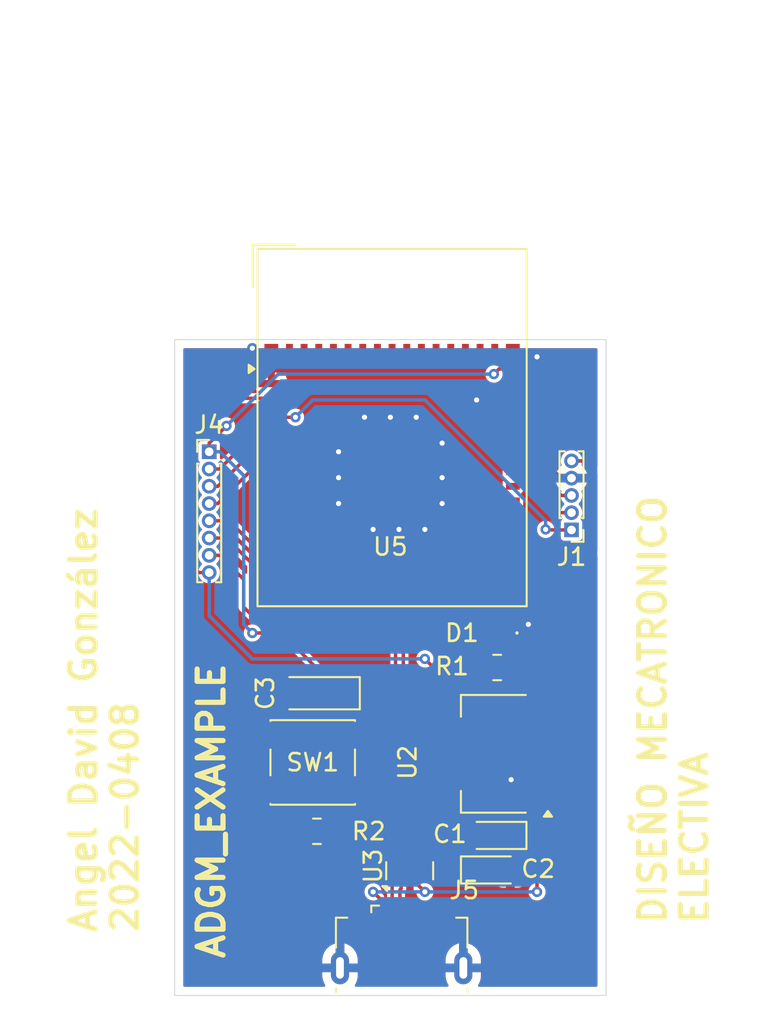
<source format=kicad_pcb>
(kicad_pcb (version 20240108) (generator "pcbnew") (generator_version "8.0")
  (layers (0 "F.Cu" signal) (31 "B.Cu" signal) (34 "B.Paste" user) (35 "F.Paste" user) (36 "B.SilkS" user "B.Silkscreen") (37 "F.SilkS" user "F.Silkscreen") (38 "B.Mask" user) (39 "F.Mask" user) (44 "Edge.Cuts" user))
  (net 0 "")
  (net 1 "GND")
  (net 2 "5VUSB")
  (net 3 "+3.3V")
  (net 4 "ESP32_EN")
  (net 5 "+3V3")
  (net 6 "Net-(D1-A)")
  (net 7 "RX")
  (net 8 "GPIO0")
  (net 9 "TX")
  (net 10 "USB_P")
  (net 11 "USB_N")
  (net 12 "GPIO12")
  (net 13 "GPIO14")
  (net 14 "GPIO3")
  (net 15 "GPIO2")
  (net 16 "GPIO1")
  (net 17 "GPIO10")
  (footprint "Capacitor_Tantalum_SMD:CP_EIA-2012-12_Kemet-R_Pad1.30x1.05mm_HandSolder" (layer "F.Cu") (at 154.9775 126.73)
    (property "Reference" "C2" (at 2.59 -0.06 360) (layer "F.SilkS"))
    (property "Value" "C" (hide yes))
    (fp_line (start -1.885 -0.785) (end -1.885 0.785) (stroke (width 0.12)) (layer "F.SilkS"))
    (fp_line (start -1.885 0.785) (end 1 0.785) (stroke (width 0.12)) (layer "F.SilkS"))
    (fp_line (start 1 -0.785) (end -1.885 -0.785) (stroke (width 0.12)) (layer "F.SilkS"))
    (pad "1" smd roundrect (at -0.975 0) (size 1.3 1.05) (layers "F.Cu" "F.Paste" "F.Mask") (roundrect_rratio 0.238095) (net 3 "+3.3V"))
    (pad "2" smd roundrect (at 0.975 0) (size 1.3 1.05) (layers "F.Cu" "F.Paste" "F.Mask") (roundrect_rratio 0.238095) (net 1 "GND"))
  )
  (footprint "Package_TO_SOT_SMD:SOT-223-3_TabPin2" (layer "F.Cu") (at 155 120 180)
    (property "Reference" "U2" (at 5 -0.5 90) (layer "F.SilkS"))
    (property "Value" "AMS1117-3.3")
    (fp_line (start 1.91 3.41) (end 1.91 2.15) (stroke (width 0.12)) (layer "F.SilkS"))
    (fp_line (start 1.91 -3.41) (end 1.91 -2.15) (stroke (width 0.12)) (layer "F.SilkS"))
    (fp_line (start -1.85 3.41) (end 1.91 3.41) (stroke (width 0.12)) (layer "F.SilkS"))
    (fp_line (start -1.85 -3.41) (end 1.91 -3.41) (stroke (width 0.12)) (layer "F.SilkS"))
    (fp_poly (pts (xy -3.13 -3.31) (xy -3.37 -3.64) (xy -2.89 -3.64) (xy -3.13 -3.31)) (stroke (width 0.12)) (fill solid) (layer "F.SilkS"))
    (pad "1" smd roundrect (at -3.15 -2.3 180) (size 2 1.5) (layers "F.Cu" "F.Paste" "F.Mask") (net 1 "GND"))
    (pad "2" smd roundrect (at -3.15 0 180) (size 2 1.5) (layers "F.Cu" "F.Paste" "F.Mask") (net 3 "+3.3V"))
    (pad "2" smd roundrect (at 3.15 0 180) (size 2 3.8) (layers "F.Cu" "F.Paste" "F.Mask") (net 3 "+3.3V"))
    (pad "3" smd roundrect (at -3.15 2.3 180) (size 2 1.5) (layers "F.Cu" "F.Paste" "F.Mask") (net 2 "5VUSB"))
  )
  (footprint "Button_Switch_SMD:SW_SPST_PTS647_Sx50" (layer "F.Cu") (at 144.5 120.5)
    (property "Reference" "SW1" (at 0 0 0) (layer "F.SilkS"))
    (property "Value" "SW_Push")
    (fp_line (start -2.45 -2.45) (end -2.45 -2.4) (stroke (width 0.12)) (layer "F.SilkS"))
    (fp_line (start -2.45 -2.45) (end 2.45 -2.45) (stroke (width 0.12)) (layer "F.SilkS"))
    (fp_line (start -2.45 -0.75) (end -2.45 0.75) (stroke (width 0.12)) (layer "F.SilkS"))
    (fp_line (start -2.45 2.45) (end -2.45 2.4) (stroke (width 0.12)) (layer "F.SilkS"))
    (fp_line (start -2.45 2.45) (end 2.45 2.45) (stroke (width 0.12)) (layer "F.SilkS"))
    (fp_line (start 2.45 -2.45) (end 2.45 -2.4) (stroke (width 0.12)) (layer "F.SilkS"))
    (fp_line (start 2.45 -0.75) (end 2.45 0.75) (stroke (width 0.12)) (layer "F.SilkS"))
    (fp_line (start 2.45 2.45) (end 2.45 2.4) (stroke (width 0.12)) (layer "F.SilkS"))
    (pad "1" smd roundrect (at -2.625 -1.6) (size 1.55 1) (layers "F.Cu" "F.Paste" "F.Mask") (net 1 "GND"))
    (pad "1" smd roundrect (at 2.625 -1.6) (size 1.55 1) (layers "F.Cu" "F.Paste" "F.Mask") (net 1 "GND"))
    (pad "2" smd roundrect (at -2.625 1.6) (size 1.55 1) (layers "F.Cu" "F.Paste" "F.Mask") (net 4 "ESP32_EN"))
    (pad "2" smd roundrect (at 2.625 1.6) (size 1.55 1) (layers "F.Cu" "F.Paste" "F.Mask") (net 4 "ESP32_EN"))
  )
  (footprint "Package_DFN_QFN:Diodes_UDFN-10_1.0x2.5mm_P0.5mm" (layer "F.Cu") (at 150.12 126.7775 90)
    (property "Reference" "U3" (at 0.2775 -2.12 90) (layer "F.SilkS"))
    (property "Value" "D3V3XA4B10LP" (hide yes))
    (fp_line (start 0.5 -1.36) (end -0.5 -1.36) (stroke (width 0.12)) (layer "F.SilkS"))
    (fp_line (start 0.5 1.36) (end -0.5 1.36) (stroke (width 0.12)) (layer "F.SilkS"))
    (fp_poly (pts (xy -0.89 -1.31) (xy -1.17 -1.31) (xy -0.89 -1.59) (xy -0.89 -1.31)) (stroke (width 0.12)) (fill solid) (layer "F.SilkS"))
    (pad "1" smd rect (at -0.3875 -1) (size 0.25 0.625) (layers "F.Cu" "F.Paste" "F.Mask") (net 11 "USB_N"))
    (pad "2" smd rect (at -0.3875 -0.5) (size 0.25 0.625) (layers "F.Cu" "F.Paste" "F.Mask") (net 10 "USB_P"))
    (pad "3" smd rect (at -0.35 0) (size 0.45 0.7) (layers "F.Cu" "F.Paste" "F.Mask") (net 1 "GND"))
    (pad "4" smd rect (at -0.3875 0.5) (size 0.25 0.625) (layers "F.Cu" "F.Paste" "F.Mask") (net 2 "5VUSB"))
    (pad "5" smd rect (at -0.3875 1) (size 0.25 0.625) (layers "F.Cu" "F.Paste" "F.Mask"))
    (pad "6" smd rect (at 0.3875 1) (size 0.25 0.625) (layers "F.Cu" "F.Paste" "F.Mask"))
    (pad "7" smd rect (at 0.3875 0.5) (size 0.25 0.625) (layers "F.Cu" "F.Paste" "F.Mask") (net 2 "5VUSB"))
    (pad "8" smd rect (at 0.4125 0) (size 0.45 0.575) (layers "F.Cu" "F.Paste" "F.Mask") (net 1 "GND"))
    (pad "9" smd rect (at 0.3875 -0.5) (size 0.25 0.625) (layers "F.Cu" "F.Paste" "F.Mask") (net 10 "USB_P"))
    (pad "10" smd rect (at 0.3875 -1) (size 0.25 0.625) (layers "F.Cu" "F.Paste" "F.Mask") (net 11 "USB_N"))
  )
  (footprint "LED_SMD:LED_0402_1005Metric_Pad0.77x0.64mm_HandSolder" (layer "F.Cu") (at 155.0725 113 180)
    (property "Reference" "D1" (at 1.9275 0 360) (layer "F.SilkS"))
    (property "Value" "LED" (hide yes))
    (fp_circle (center -1.265 0) (end -1.215 0) (stroke (width 0.1)) (fill none) (layer "F.SilkS"))
    (pad "1" smd roundrect (at -0.5725 0 180) (size 0.765 0.64) (layers "F.Cu" "F.Paste" "F.Mask") (net 1 "GND"))
    (pad "2" smd roundrect (at 0.5725 0 180) (size 0.765 0.64) (layers "F.Cu" "F.Paste" "F.Mask") (net 6 "Net-(D1-A)"))
  )
  (footprint "Resistor_SMD:R_0805_2012Metric_Pad1.20x1.40mm_HandSolder" (layer "F.Cu") (at 144.745 124.49 180)
    (property "Reference" "R2" (at -3 0 360) (layer "F.SilkS"))
    (property "Value" "R" (hide yes))
    (fp_line (start -0.227064 0.735) (end 0.227064 0.735) (stroke (width 0.12)) (layer "F.SilkS"))
    (fp_line (start -0.227064 -0.735) (end 0.227064 -0.735) (stroke (width 0.12)) (layer "F.SilkS"))
    (pad "1" smd roundrect (at -1 0 180) (size 1.2 1.4) (layers "F.Cu" "F.Paste" "F.Mask") (roundrect_rratio 0.208333) (net 5 "+3V3"))
    (pad "2" smd roundrect (at 1 0 180) (size 1.2 1.4) (layers "F.Cu" "F.Paste" "F.Mask") (roundrect_rratio 0.208333) (net 4 "ESP32_EN"))
  )
  (footprint "Capacitor_Tantalum_SMD:CP_EIA-3216-10_Kemet-I_Pad1.58x1.35mm_HandSolder" (layer "F.Cu") (at 144.745 116.49 180)
    (property "Reference" "C3" (at 3 0 90) (layer "F.SilkS"))
    (property "Value" "C" (hide yes))
    (fp_line (start 1.6 -0.935) (end -2.485 -0.935) (stroke (width 0.12)) (layer "F.SilkS"))
    (fp_line (start -2.485 0.935) (end 1.6 0.935) (stroke (width 0.12)) (layer "F.SilkS"))
    (fp_line (start -2.485 -0.935) (end -2.485 0.935) (stroke (width 0.12)) (layer "F.SilkS"))
    (pad "1" smd roundrect (at -1.4375 0 180) (size 1.575 1.35) (layers "F.Cu" "F.Paste" "F.Mask") (roundrect_rratio 0.185185) (net 4 "ESP32_EN"))
    (pad "2" smd roundrect (at 1.4375 0 180) (size 1.575 1.35) (layers "F.Cu" "F.Paste" "F.Mask") (roundrect_rratio 0.185185) (net 1 "GND"))
  )
  (footprint "Connector_PinHeader_1.00mm:PinHeader_1x08_P1.00mm_Vertical" (layer "F.Cu") (at 138.5 102.5)
    (property "Reference" "J4" (at 0 -1.56 360) (layer "F.SilkS"))
    (property "Value" "Conn_01x08_Pin" (hide yes))
    (fp_line (start -0.695 -0.685) (end 0 -0.685) (stroke (width 0.12)) (layer "F.SilkS"))
    (fp_line (start -0.695 0) (end -0.695 -0.685) (stroke (width 0.12)) (layer "F.SilkS"))
    (fp_line (start -0.695 0.685) (end -0.695 7.56) (stroke (width 0.12)) (layer "F.SilkS"))
    (fp_line (start -0.695 0.685) (end -0.608276 0.685) (stroke (width 0.12)) (layer "F.SilkS"))
    (fp_line (start -0.695 7.56) (end -0.394493 7.56) (stroke (width 0.12)) (layer "F.SilkS"))
    (fp_line (start 0.394493 7.56) (end 0.695 7.56) (stroke (width 0.12)) (layer "F.SilkS"))
    (fp_line (start 0.608276 0.685) (end 0.695 0.685) (stroke (width 0.12)) (layer "F.SilkS"))
    (fp_line (start 0.695 0.685) (end 0.695 7.56) (stroke (width 0.12)) (layer "F.SilkS"))
    (pad "1" thru_hole rect (at 0 0) (size 0.85 0.85) (drill 0.5) (layers "*.Cu" "*.Mask") (net 4 "ESP32_EN"))
    (pad "2" thru_hole oval (at 0 1) (size 0.85 0.85) (drill 0.5) (layers "*.Cu" "*.Mask") (net 16 "GPIO1"))
    (pad "3" thru_hole oval (at 0 2) (size 0.85 0.85) (drill 0.5) (layers "*.Cu" "*.Mask") (net 15 "GPIO2"))
    (pad "4" thru_hole oval (at 0 3) (size 0.85 0.85) (drill 0.5) (layers "*.Cu" "*.Mask") (net 14 "GPIO3"))
    (pad "5" thru_hole oval (at 0 4) (size 0.85 0.85) (drill 0.5) (layers "*.Cu" "*.Mask") (net 17 "GPIO10"))
    (pad "6" thru_hole oval (at 0 5) (size 0.85 0.85) (drill 0.5) (layers "*.Cu" "*.Mask") (net 12 "GPIO12"))
    (pad "7" thru_hole oval (at 0 6) (size 0.85 0.85) (drill 0.5) (layers "*.Cu" "*.Mask") (net 13 "GPIO14"))
    (pad "8" thru_hole oval (at 0 7) (size 0.85 0.85) (drill 0.5) (layers "*.Cu" "*.Mask") (net 3 "+3.3V"))
  )
  (footprint "Capacitor_Tantalum_SMD:CP_EIA-2012-12_Kemet-R_Pad1.30x1.05mm_HandSolder" (layer "F.Cu") (at 155.0025 124.73 180)
    (property "Reference" "C1" (at 2.555 0.08 360) (layer "F.SilkS"))
    (property "Value" "C" (hide yes))
    (fp_line (start 1 -0.785) (end -1.885 -0.785) (stroke (width 0.12)) (layer "F.SilkS"))
    (fp_line (start -1.885 0.785) (end 1 0.785) (stroke (width 0.12)) (layer "F.SilkS"))
    (fp_line (start -1.885 -0.785) (end -1.885 0.785) (stroke (width 0.12)) (layer "F.SilkS"))
    (pad "1" smd roundrect (at -0.975 0 180) (size 1.3 1.05) (layers "F.Cu" "F.Paste" "F.Mask") (roundrect_rratio 0.238095) (net 2 "5VUSB"))
    (pad "2" smd roundrect (at 0.975 0 180) (size 1.3 1.05) (layers "F.Cu" "F.Paste" "F.Mask") (roundrect_rratio 0.238095) (net 1 "GND"))
  )
  (footprint "RF_Module:ESP32-S2-MINI-1" (layer "F.Cu") (at 149.1 101.1)
    (property "Reference" "U5" (at -0.1 6.9 0) (layer "F.SilkS"))
    (property "Value" "ESP32-S3-MINI-1")
    (fp_line (start -8.075 -10.6) (end -8.075 -8.15) (stroke (width 0.12)) (layer "F.SilkS"))
    (fp_line (start -8.075 -10.6) (end -5.625 -10.6) (stroke (width 0.12)) (layer "F.SilkS"))
    (fp_line (start -7.8 -10.35) (end 7.8 -10.35) (stroke (width 0.12)) (layer "F.SilkS"))
    (fp_line (start -7.8 10.35) (end -7.8 -10.35) (stroke (width 0.12)) (layer "F.SilkS"))
    (fp_line (start 7.8 -10.35) (end 7.8 10.35) (stroke (width 0.12)) (layer "F.SilkS"))
    (fp_line (start 7.8 10.35) (end -7.8 10.35) (stroke (width 0.12)) (layer "F.SilkS"))
    (fp_poly (pts (xy -7.975 -3.4) (xy -8.311 -3.16) (xy -8.311 -3.64) (xy -7.975 -3.4)) (stroke (width 0.12)) (fill solid) (layer "F.SilkS"))
    (pad "1" smd rect (at -7 -3.4) (size 0.8 0.4) (layers "F.Cu" "F.Paste" "F.Mask") (net 1 "GND"))
    (pad "2" smd rect (at -7 -2.55) (size 0.8 0.4) (layers "F.Cu" "F.Paste" "F.Mask") (net 1 "GND"))
    (pad "3" smd rect (at -7 -1.7) (size 0.8 0.4) (layers "F.Cu" "F.Paste" "F.Mask") (net 3 "+3.3V"))
    (pad "4" smd rect (at -7 -0.85) (size 0.8 0.4) (layers "F.Cu" "F.Paste" "F.Mask") (net 8 "GPIO0"))
    (pad "5" smd rect (at -7 0) (size 0.8 0.4) (layers "F.Cu" "F.Paste" "F.Mask") (net 16 "GPIO1"))
    (pad "6" smd rect (at -7 0.85) (size 0.8 0.4) (layers "F.Cu" "F.Paste" "F.Mask") (net 15 "GPIO2"))
    (pad "7" smd rect (at -7 1.7) (size 0.8 0.4) (layers "F.Cu" "F.Paste" "F.Mask") (net 14 "GPIO3"))
    (pad "8" smd rect (at -7 2.55) (size 0.8 0.4) (layers "F.Cu" "F.Paste" "F.Mask"))
    (pad "9" smd rect (at -7 3.4) (size 0.8 0.4) (layers "F.Cu" "F.Paste" "F.Mask"))
    (pad "10" smd rect (at -7 4.25) (size 0.8 0.4) (layers "F.Cu" "F.Paste" "F.Mask"))
    (pad "11" smd rect (at -7 5.1) (size 0.8 0.4) (layers "F.Cu" "F.Paste" "F.Mask"))
    (pad "12" smd rect (at -7 5.95) (size 0.8 0.4) (layers "F.Cu" "F.Paste" "F.Mask"))
    (pad "13" smd rect (at -7 6.8) (size 0.8 0.4) (layers "F.Cu" "F.Paste" "F.Mask"))
    (pad "14" smd rect (at -7 7.65) (size 0.8 0.4) (layers "F.Cu" "F.Paste" "F.Mask") (net 17 "GPIO10"))
    (pad "15" smd rect (at -7 8.5) (size 0.8 0.4) (layers "F.Cu" "F.Paste" "F.Mask"))
    (pad "16" smd rect (at -5.95 9.55 90) (size 0.8 0.4) (layers "F.Cu" "F.Paste" "F.Mask") (net 12 "GPIO12"))
    (pad "17" smd rect (at -5.1 9.55 90) (size 0.8 0.4) (layers "F.Cu" "F.Paste" "F.Mask"))
    (pad "18" smd rect (at -4.25 9.55 90) (size 0.8 0.4) (layers "F.Cu" "F.Paste" "F.Mask") (net 13 "GPIO14"))
    (pad "19" smd rect (at -3.4 9.55 90) (size 0.8 0.4) (layers "F.Cu" "F.Paste" "F.Mask"))
    (pad "20" smd rect (at -2.55 9.55 90) (size 0.8 0.4) (layers "F.Cu" "F.Paste" "F.Mask"))
    (pad "21" smd rect (at -1.7 9.55 90) (size 0.8 0.4) (layers "F.Cu" "F.Paste" "F.Mask"))
    (pad "22" smd rect (at -0.85 9.55 90) (size 0.8 0.4) (layers "F.Cu" "F.Paste" "F.Mask"))
    (pad "23" smd rect (at 0 9.55 90) (size 0.8 0.4) (layers "F.Cu" "F.Paste" "F.Mask"))
    (pad "24" smd rect (at 0.85 9.55 90) (size 0.8 0.4) (layers "F.Cu" "F.Paste" "F.Mask"))
    (pad "25" smd rect (at 1.7 9.55 90) (size 0.8 0.4) (layers "F.Cu" "F.Paste" "F.Mask"))
    (pad "26" smd rect (at 2.55 9.55 90) (size 0.8 0.4) (layers "F.Cu" "F.Paste" "F.Mask"))
    (pad "27" smd rect (at 3.4 9.55 90) (size 0.8 0.4) (layers "F.Cu" "F.Paste" "F.Mask"))
    (pad "28" smd rect (at 4.25 9.55 90) (size 0.8 0.4) (layers "F.Cu" "F.Paste" "F.Mask"))
    (pad "29" smd rect (at 5.1 9.55 90) (size 0.8 0.4) (layers "F.Cu" "F.Paste" "F.Mask"))
    (pad "30" smd rect (at 5.95 9.55 90) (size 0.8 0.4) (layers "F.Cu" "F.Paste" "F.Mask"))
    (pad "31" smd rect (at 7 8.5) (size 0.8 0.4) (layers "F.Cu" "F.Paste" "F.Mask"))
    (pad "32" smd rect (at 7 7.65) (size 0.8 0.4) (layers "F.Cu" "F.Paste" "F.Mask"))
    (pad "33" smd rect (at 7 6.8) (size 0.8 0.4) (layers "F.Cu" "F.Paste" "F.Mask"))
    (pad "34" smd rect (at 7 5.95) (size 0.8 0.4) (layers "F.Cu" "F.Paste" "F.Mask"))
    (pad "35" smd rect (at 7 5.1) (size 0.8 0.4) (layers "F.Cu" "F.Paste" "F.Mask"))
    (pad "36" smd rect (at 7 4.25) (size 0.8 0.4) (layers "F.Cu" "F.Paste" "F.Mask"))
    (pad "37" smd rect (at 7 3.4) (size 0.8 0.4) (layers "F.Cu" "F.Paste" "F.Mask"))
    (pad "38" smd rect (at 7 2.55) (size 0.8 0.4) (layers "F.Cu" "F.Paste" "F.Mask"))
    (pad "39" smd rect (at 7 1.7) (size 0.8 0.4) (layers "F.Cu" "F.Paste" "F.Mask") (net 9 "TX"))
    (pad "40" smd rect (at 7 0.85) (size 0.8 0.4) (layers "F.Cu" "F.Paste" "F.Mask") (net 7 "RX"))
    (pad "41" smd rect (at 7 0) (size 0.8 0.4) (layers "F.Cu" "F.Paste" "F.Mask"))
    (pad "42" smd rect (at 7 -0.85) (size 0.8 0.4) (layers "F.Cu" "F.Paste" "F.Mask") (net 1 "GND"))
    (pad "43" smd rect (at 7 -1.7) (size 0.8 0.4) (layers "F.Cu" "F.Paste" "F.Mask") (net 1 "GND"))
    (pad "44" smd rect (at 7 -2.55) (size 0.8 0.4) (layers "F.Cu" "F.Paste" "F.Mask"))
    (pad "45" smd rect (at 7 -3.4) (size 0.8 0.4) (layers "F.Cu" "F.Paste" "F.Mask") (net 4 "ESP32_EN"))
    (pad "46" smd rect (at 5.95 -4.45 90) (size 0.8 0.4) (layers "F.Cu" "F.Paste" "F.Mask") (net 1 "GND"))
    (pad "47" smd rect (at 5.1 -4.45 90) (size 0.8 0.4) (layers "F.Cu" "F.Paste" "F.Mask") (net 1 "GND"))
    (pad "48" smd rect (at 4.25 -4.45 90) (size 0.8 0.4) (layers "F.Cu" "F.Paste" "F.Mask") (net 1 "GND"))
    (pad "49" smd rect (at 3.4 -4.45 90) (size 0.8 0.4) (layers "F.Cu" "F.Paste" "F.Mask") (net 1 "GND"))
    (pad "50" smd rect (at 2.55 -4.45 90) (size 0.8 0.4) (layers "F.Cu" "F.Paste" "F.Mask") (net 1 "GND"))
    (pad "51" smd rect (at 1.7 -4.45 90) (size 0.8 0.4) (layers "F.Cu" "F.Paste" "F.Mask") (net 1 "GND"))
    (pad "52" smd rect (at 0.85 -4.45 90) (size 0.8 0.4) (layers "F.Cu" "F.Paste" "F.Mask") (net 1 "GND"))
    (pad "53" smd rect (at 0 -4.45 90) (size 0.8 0.4) (layers "F.Cu" "F.Paste" "F.Mask") (net 1 "GND"))
    (pad "54" smd rect (at -0.85 -4.45 90) (size 0.8 0.4) (layers "F.Cu" "F.Paste" "F.Mask") (net 1 "GND"))
    (pad "55" smd rect (at -1.7 -4.45 90) (size 0.8 0.4) (layers "F.Cu" "F.Paste" "F.Mask") (net 1 "GND"))
    (pad "56" smd rect (at -2.55 -4.45 90) (size 0.8 0.4) (layers "F.Cu" "F.Paste" "F.Mask") (net 1 "GND"))
    (pad "57" smd rect (at -3.4 -4.45 90) (size 0.8 0.4) (layers "F.Cu" "F.Paste" "F.Mask") (net 1 "GND"))
    (pad "58" smd rect (at -4.25 -4.45 90) (size 0.8 0.4) (layers "F.Cu" "F.Paste" "F.Mask") (net 1 "GND"))
    (pad "59" smd rect (at -5.1 -4.45 90) (size 0.8 0.4) (layers "F.Cu" "F.Paste" "F.Mask") (net 1 "GND"))
    (pad "60" smd rect (at -5.95 -4.45 90) (size 0.8 0.4) (layers "F.Cu" "F.Paste" "F.Mask") (net 1 "GND"))
    (pad "61" smd roundrect (at -1.65 0.9) (size 1.2 1.2) (layers "F.Cu" "F.Paste" "F.Mask") (roundrect_rratio 0) (chamfer_ratio 0.33) (chamfer top_left) (net 1 "GND"))
    (pad "61" smd rect (at -1.65 2.55) (size 1.2 1.2) (layers "F.Cu" "F.Paste" "F.Mask") (net 1 "GND"))
    (pad "61" smd rect (at -1.65 4.2) (size 1.2 1.2) (layers "F.Cu" "F.Paste" "F.Mask") (net 1 "GND"))
    (pad "61" smd rect (at 0 0.9) (size 1.2 1.2) (layers "F.Cu" "F.Paste" "F.Mask") (net 1 "GND"))
    (pad "61" smd rect (at 0 2.55) (size 1.2 1.2) (layers "F.Cu" "F.Paste" "F.Mask") (net 1 "GND"))
    (pad "61" smd rect (at 0 4.2) (size 1.2 1.2) (layers "F.Cu" "F.Paste" "F.Mask") (net 1 "GND"))
    (pad "61" smd rect (at 1.65 0.9) (size 1.2 1.2) (layers "F.Cu" "F.Paste" "F.Mask") (net 1 "GND"))
    (pad "61" smd rect (at 1.65 2.55) (size 1.2 1.2) (layers "F.Cu" "F.Paste" "F.Mask") (net 1 "GND"))
    (pad "61" smd rect (at 1.65 4.2) (size 1.2 1.2) (layers "F.Cu" "F.Paste" "F.Mask") (net 1 "GND"))
    (pad "62" smd rect (at -7 -4.45) (size 0.8 0.8) (layers "F.Cu" "F.Paste" "F.Mask") (net 1 "GND"))
    (pad "63" smd rect (at -7 9.55) (size 0.8 0.8) (layers "F.Cu" "F.Paste" "F.Mask") (net 1 "GND"))
    (pad "64" smd rect (at 7 9.55) (size 0.8 0.8) (layers "F.Cu" "F.Paste" "F.Mask") (net 1 "GND"))
    (pad "65" smd rect (at 7 -4.45) (size 0.8 0.8) (layers "F.Cu" "F.Paste" "F.Mask") (net 1 "GND"))
    (zone (net 0) (net_name "") (layers "*.Cu") (name "Antenna") (connect_pads (clearance 0)) (min_thickness 0.254)
      (keepout (tracks not_allowed) (vias not_allowed) (pads not_allowed) (copperpour not_allowed) (footprints not_allowed))
      (fill (thermal_gap 0.508) (thermal_bridge_width 0.508))
      (polygon (pts (xy 171.8 95.85) (xy 126.4 95.85) (xy 126.4 76.35) (xy 171.8 76.35)))
    )
  )
  (footprint "Connector_PinHeader_1.00mm:PinHeader_1x05_P1.00mm_Vertical" (layer "F.Cu") (at 159.5 107.03 180)
    (property "Reference" "J1" (at 0 -1.56 360) (layer "F.SilkS"))
    (property "Value" "Conn_01x05_Pin" (hide yes))
    (fp_line (start 0.695 0.685) (end 0.695 4.56) (stroke (width 0.12)) (layer "F.SilkS"))
    (fp_line (start 0.608276 0.685) (end 0.695 0.685) (stroke (width 0.12)) (layer "F.SilkS"))
    (fp_line (start 0.394493 4.56) (end 0.695 4.56) (stroke (width 0.12)) (layer "F.SilkS"))
    (fp_line (start -0.695 4.56) (end -0.394493 4.56) (stroke (width 0.12)) (layer "F.SilkS"))
    (fp_line (start -0.695 0.685) (end -0.608276 0.685) (stroke (width 0.12)) (layer "F.SilkS"))
    (fp_line (start -0.695 0.685) (end -0.695 4.56) (stroke (width 0.12)) (layer "F.SilkS"))
    (fp_line (start -0.695 0) (end -0.695 -0.685) (stroke (width 0.12)) (layer "F.SilkS"))
    (fp_line (start -0.695 -0.685) (end 0 -0.685) (stroke (width 0.12)) (layer "F.SilkS"))
    (pad "1" thru_hole rect (at 0 0 180) (size 0.85 0.85) (drill 0.5) (layers "*.Cu" "*.Mask") (net 8 "GPIO0"))
    (pad "2" thru_hole oval (at 0 1 180) (size 0.85 0.85) (drill 0.5) (layers "*.Cu" "*.Mask") (net 9 "TX"))
    (pad "3" thru_hole oval (at 0 2 180) (size 0.85 0.85) (drill 0.5) (layers "*.Cu" "*.Mask") (net 7 "RX"))
    (pad "4" thru_hole oval (at 0 3 180) (size 0.85 0.85) (drill 0.5) (layers "*.Cu" "*.Mask") (net 1 "GND"))
    (pad "5" thru_hole oval (at 0 4 180) (size 0.85 0.85) (drill 0.5) (layers "*.Cu" "*.Mask") (net 3 "+3.3V"))
  )
  (footprint "Connector_USB:USB_Micro-B_GCT_USB3076-30-A" (layer "F.Cu") (at 149.655 131.205)
    (property "Reference" "J5" (at 3.625 -3.3 0) (layer "F.SilkS"))
    (property "Value" "USB_B_Micro" (hide yes))
    (fp_line (start -3.81 -1.71) (end -3.15 -1.71) (stroke (width 0.12)) (layer "F.SilkS"))
    (fp_line (start -3.81 0.02) (end -3.81 -1.71) (stroke (width 0.12)) (layer "F.SilkS"))
    (fp_line (start -3.81 2.59) (end -3.81 2.38) (stroke (width 0.12)) (layer "F.SilkS"))
    (fp_line (start -1.76 -2.41) (end -1.76 -2.02) (stroke (width 0.12)) (layer "F.SilkS"))
    (fp_line (start -1.76 -2.41) (end -1.31 -2.41) (stroke (width 0.12)) (layer "F.SilkS"))
    (fp_line (start 3.81 -1.71) (end 3.16 -1.71) (stroke (width 0.12)) (layer "F.SilkS"))
    (fp_line (start 3.81 0.02) (end 3.81 -1.71) (stroke (width 0.12)) (layer "F.SilkS"))
    (fp_line (start 3.81 2.59) (end 3.81 2.38) (stroke (width 0.12)) (layer "F.SilkS"))
    (pad "1" smd rect (at -1.3 -1.45) (size 0.4 1.4) (layers "F.Cu" "F.Paste" "F.Mask") (net 2 "5VUSB"))
    (pad "2" smd rect (at -0.65 -1.45) (size 0.4 1.4) (layers "F.Cu" "F.Paste" "F.Mask") (net 11 "USB_N"))
    (pad "3" smd rect (at 0 -1.45) (size 0.4 1.4) (layers "F.Cu" "F.Paste" "F.Mask") (net 10 "USB_P"))
    (pad "4" smd rect (at 0.65 -1.45) (size 0.4 1.4) (layers "F.Cu" "F.Paste" "F.Mask"))
    (pad "5" smd rect (at 1.3 -1.45) (size 0.4 1.4) (layers "F.Cu" "F.Paste" "F.Mask") (net 1 "GND"))
    (pad "6" thru_hole oval (at -3.575 1.2 180) (size 1.05 1.9) (drill oval 0.45 1.25) (layers "*.Cu" "*.Mask") (net 1 "GND"))
    (pad "6" smd rect (at -2.32 -1.03) (size 1.15 1.45) (layers "F.Cu" "F.Paste" "F.Mask") (net 1 "GND"))
    (pad "6" smd rect (at -1.125 1.2) (size 1.75 1.9) (layers "F.Cu" "F.Paste" "F.Mask") (net 1 "GND"))
    (pad "6" smd rect (at 1.125 1.2) (size 1.75 1.9) (layers "F.Cu" "F.Paste" "F.Mask") (net 1 "GND"))
    (pad "6" smd rect (at 2.32 -1.03) (size 1.15 1.45) (layers "F.Cu" "F.Paste" "F.Mask") (net 1 "GND"))
    (pad "6" thru_hole oval (at 3.575 1.2) (size 1.05 1.9) (drill oval 0.45 1.25) (layers "*.Cu" "*.Mask") (net 1 "GND"))
  )
  (footprint "Resistor_SMD:R_0805_2012Metric_Pad1.20x1.40mm_HandSolder" (layer "F.Cu") (at 155.19 115 180)
    (property "Reference" "R1" (at 2.6175 0.07 360) (layer "F.SilkS"))
    (property "Value" "R" (hide yes))
    (fp_line (start -0.227064 0.735) (end 0.227064 0.735) (stroke (width 0.12)) (layer "F.SilkS"))
    (fp_line (start -0.227064 -0.735) (end 0.227064 -0.735) (stroke (width 0.12)) (layer "F.SilkS"))
    (pad "1" smd roundrect (at -1 0 180) (size 1.2 1.4) (layers "F.Cu" "F.Paste" "F.Mask") (roundrect_rratio 0.208333) (net 3 "+3.3V"))
    (pad "2" smd roundrect (at 1 0 180) (size 1.2 1.4) (layers "F.Cu" "F.Paste" "F.Mask") (roundrect_rratio 0.208333) (net 6 "Net-(D1-A)"))
  )
  (gr_rect (start 136.5 96) (end 161.5 134) (stroke (width 0.05)) (fill none) (layer "Edge.Cuts"))
  (gr_text "Angel David González\n2022-0408\n" (at 134.5 130.5 90) (layer "F.SilkS") (effects (font (size 1.5 1.5) (thickness 0.3) (bold yes)) (justify left bottom)))
  (gr_text "ADGM_EXAMPLE\n" (at 139.5 132 90) (layer "F.SilkS") (effects (font (size 1.5 1.5) (thickness 0.3) (bold yes)) (justify left bottom)))
  (gr_text "DISEÑO MECATRONICO\nELECTIVA\n" (at 167.5 130 90) (layer "F.SilkS") (effects (font (size 1.5 1.5) (thickness 0.3) (bold yes)) (justify left bottom)))
  (segment (start 141.875 118.9) (end 147.125 118.9) (width 0.2) (layer "F.Cu") (net 1))
  (segment (start 147.45 103.65) (end 147.45 105.3) (width 0.2) (layer "F.Cu") (net 1))
  (segment (start 150.12 127.1275) (end 150.12 128.07) (width 0.2) (layer "F.Cu") (net 1))
  (segment (start 155.9525 126.73) (end 152.5075 130.175) (width 0.2) (layer "F.Cu") (net 1))
  (segment (start 159.5 104.03) (end 158.89896 104.03) (width 0.2) (layer "F.Cu") (net 1))
  (segment (start 140 128.5) (end 141.675 130.175) (width 0.2) (layer "F.Cu") (net 1))
  (segment (start 142.1 98.55) (end 142.1 96.65) (width 0.2) (layer "F.Cu") (net 1))
  (segment (start 150.75 103.65) (end 150.75 105.3) (width 0.2) (layer "F.Cu") (net 1))
  (segment (start 147.45 102) (end 150.75 102) (width 0.2) (layer "F.Cu") (net 1))
  (segment (start 150.955 129.755) (end 151.555 129.755) (width 0.2) (layer "F.Cu") (net 1))
  (segment (start 152.5075 130.175) (end 151.975 130.175) (width 0.2) (layer "F.Cu") (net 1))
  (segment (start 156.5025 122.73) (end 156.9325 122.3) (width 0.2) (layer "F.Cu") (net 1))
  (segment (start 147.335 130.175) (end 147.335 131.21) (width 0.2) (layer "F.Cu") (net 1))
  (segment (start 143.3075 117.4675) (end 141.875 118.9) (width 0.2) (layer "F.Cu") (net 1))
  (segment (start 154.0275 124.73) (end 154.0275 123.705) (width 0.2) (layer "F.Cu") (net 1))
  (segment (start 151.975 130.175) (end 151.975 131.21) (width 0.2) (layer "F.Cu") (net 1))
  (segment (start 143.3075 116.49) (end 143.3075 117.4675) (width 0.2) (layer "F.Cu") (net 1))
  (segment (start 142.1 110.65) (end 147.45 105.3) (width 0.2) (layer "F.Cu") (net 1))
  (segment (start 150.12 128.07) (end 150.955 128.905) (width 0.2) (layer "F.Cu") (net 1))
  (segment (start 156.1 110.65) (end 150.75 105.3) (width 0.2) (layer "F.Cu") (net 1))
  (segment (start 158.15 122.7675) (end 158.15 122.3) (width 0.2) (layer "F.Cu") (net 1))
  (segment (start 156 121.5) (end 156.8 122.3) (width 0.2) (layer "F.Cu") (net 1))
  (segment (start 156.5 113) (end 157 112.5) (width 0.2) (layer "F.Cu") (net 1))
  (segment (start 147.335 131.21) (end 148.53 132.405) (width 0.2) (layer "F.Cu") (net 1))
  (segment (start 156.8 122.3) (end 158.15 122.3) (width 0.2) (layer "F.Cu") (net 1))
  (segment (start 156.1 111.9) (end 156.1 110.65) (width 0.2) (layer "F.Cu") (net 1))
  (segment (start 156.1 99.4) (end 154.9 99.4) (width 0.2) (layer "F.Cu") (net 1))
  (segment (start 141.875 118.9) (end 140 120.775) (width 0.2) (layer "F.Cu") (net 1))
  (segment (start 148.53 132.405) (end 150.78 132.405) (width 0.2) (layer "F.Cu") (net 1))
  (segment (start 156.9325 122.3) (end 158.15 122.3) (width 0.2) (layer "F.Cu") (net 1))
  (segment (start 150.12 126.365) (end 150.12 127.1275) (width 0.2) (layer "F.Cu") (net 1))
  (segment (start 151.975 131.21) (end 150.78 132.405) (width 0.2) (layer "F.Cu") (net 1))
  (segment (start 154.0275 123.705) (end 155.0025 122.73) (width 0.2) (layer "F.Cu") (net 1))
  (segment (start 157.25 100.25) (end 156.1 100.25) (width 0.2) (layer "F.Cu") (net 1))
  (segment (start 150.955 128.905) (end 150.955 129.755) (width 0.2) (layer "F.Cu") (net 1))
  (segment (start 150.75 103.27) (end 147.45 103.27) (width 0.2) (layer "F.Cu") (net 1))
  (segment (start 158.5 103.63104) (end 158.5 101.5) (width 0.2) (layer "F.Cu") (net 1))
  (segment (start 154.9 99.4) (end 154.2 98.7) (width 0.2) (layer "F.Cu") (net 1))
  (segment (start 155.9525 126.73) (end 155.9525 126.655) (width 0.2) (layer "F.Cu") (net 1))
  (segment (start 154.2 98.7) (end 154.2 96.65) (width 0.2) (layer "F.Cu") (net 1))
  (segment (start 150.75 102) (end 150.75 103.65) (width 0.2) (layer "F.Cu") (net 1))
  (segment (start 155.645 113) (end 156.5 113) (width 0.2) (layer "F.Cu") (net 1))
  (segment (start 156.1 99.4) (end 156.1 100.25) (width 0.2) (layer "F.Cu") (net 1))
  (segment (start 155.0025 122.73) (end 156.5025 122.73) (width 0.2) (layer "F.Cu") (net 1))
  (segment (start 140 120.775) (end 140 128.5) (width 0.2) (layer "F.Cu") (net 1))
  (segment (start 158.89896 104.03) (end 158.5 103.63104) (width 0.2) (layer "F.Cu") (net 1))
  (segment (start 141.675 130.175) (end 147.335 130.175) (width 0.2) (layer "F.Cu") (net 1))
  (segment (start 155.9525 126.655) (end 154.0275 124.73) (width 0.2) (layer "F.Cu") (net 1))
  (segment (start 149.1 103.65) (end 149.1 105.3) (width 0.2) (layer "F.Cu") (net 1))
  (segment (start 142.1 96.65) (end 156.1 96.65) (width 0.2) (layer "F.Cu") (net 1))
  (segment (start 147.45 103.65) (end 147.45 102) (width 0.2) (layer "F.Cu") (net 1))
  (segment (start 155.645 113) (end 155.645 112.355) (width 0.2) (layer "F.Cu") (net 1))
  (segment (start 151.555 129.755) (end 151.975 130.175) (width 0.2) (layer "F.Cu") (net 1))
  (segment (start 158.5 101.5) (end 157.25 100.25) (width 0.2) (layer "F.Cu") (net 1))
  (segment (start 155.645 112.355) (end 156.1 111.9) (width 0.2) (layer "F.Cu") (net 1))
  (via (at 157 112.5) (size 0.6) (drill 0.3) (layers "F.Cu" "B.Cu") (net 1))
  (via (at 149 100.5) (size 0.6) (drill 0.3) (layers "F.Cu" "B.Cu") (net 1))
  (via (at 146 102.5) (size 0.6) (drill 0.3) (layers "F.Cu" "B.Cu") (net 1))
  (via (at 150.5 100.5) (size 0.6) (drill 0.3) (layers "F.Cu" "B.Cu") (net 1))
  (via (at 148 107) (size 0.6) (drill 0.3) (layers "F.Cu" "B.Cu") (net 1))
  (via (at 146 104) (size 0.6) (drill 0.3) (layers "F.Cu" "B.Cu") (net 1))
  (via (at 146 105.5) (size 0.6) (drill 0.3) (layers "F.Cu" "B.Cu") (net 1))
  (via (at 147.5 100.5) (size 0.6) (drill 0.3) (layers "F.Cu" "B.Cu") (net 1))
  (via (at 152 102) (size 0.6) (drill 0.3) (layers "F.Cu" "B.Cu") (net 1))
  (via (at 157.5 97) (size 0.6) (drill 0.3) (layers "F.Cu" "B.Cu") (net 1))
  (via (at 149.5 107) (size 0.6) (drill 0.3) (layers "F.Cu" "B.Cu") (net 1))
  (via (at 156 121.5) (size 0.6) (drill 0.3) (layers "F.Cu" "B.Cu") (net 1))
  (via (at 152 104) (size 0.6) (drill 0.3) (layers "F.Cu" "B.Cu") (net 1))
  (via (at 152 105.5) (size 0.6) (drill 0.3) (layers "F.Cu" "B.Cu") (net 1))
  (via (at 154 99.5) (size 0.6) (drill 0.3) (layers "F.Cu" "B.Cu") (net 1))
  (via (at 151 107) (size 0.6) (drill 0.3) (layers "F.Cu" "B.Cu") (net 1))
  (via (at 141 96.5) (size 0.6) (drill 0.3) (layers "F.Cu" "B.Cu") (net 1))
  (segment (start 157 116) (end 155 118) (width 0.2) (layer "B.Cu") (net 1))
  (segment (start 157 112.5) (end 157 116) (width 0.2) (layer "B.Cu") (net 1))
  (segment (start 155 118) (end 155 120.5) (width 0.2) (layer "B.Cu") (net 1))
  (segment (start 155 120.5) (end 156 121.5) (width 0.2) (layer "B.Cu") (net 1))
  (segment (start 155.9775 124.73) (end 159.0025 124.73) (width 0.2) (layer "F.Cu") (net 2))
  (segment (start 159.0025 124.73) (end 160.5025 123.23) (width 0.2) (layer "F.Cu") (net 2))
  (segment (start 148.355 129.755) (end 148.355 128.355) (width 0.2) (layer "F.Cu") (net 2))
  (segment (start 150.645 127.645) (end 150.645 127.19) (width 0.2) (layer "F.Cu") (net 2))
  (segment (start 160.5025 123.23) (end 160.5025 118.73) (width 0.2) (layer "F.Cu") (net 2))
  (segment (start 148.355 128.355) (end 148 128) (width 0.2) (layer "F.Cu") (net 2))
  (segment (start 157.5 126.2525) (end 157.5 128) (width 0.2) (layer "F.Cu") (net 2))
  (segment (start 155.9775 124.73) (end 157.5 126.2525) (width 0.2) (layer "F.Cu") (net 2))
  (segment (start 160.5025 118.73) (end 159.4725 117.7) (width 0.2) (layer "F.Cu") (net 2))
  (segment (start 151 128) (end 150.645 127.645) (width 0.2) (layer "F.Cu") (net 2))
  (segment (start 159.4725 117.7) (end 158.15 117.7) (width 0.2) (layer "F.Cu") (net 2))
  (via (at 148 128) (size 0.6) (drill 0.3) (layers "F.Cu" "B.Cu") (net 2))
  (via (at 157.5 128) (size 0.6) (drill 0.3) (layers "F.Cu" "B.Cu") (net 2))
  (via (at 151 128) (size 0.6) (drill 0.3) (layers "F.Cu" "B.Cu") (net 2))
  (segment (start 157.5 128) (end 151 128) (width 0.2) (layer "B.Cu") (net 2))
  (segment (start 148 128) (end 151 128) (width 0.2) (layer "B.Cu") (net 2))
  (segment (start 153.5025 126.73) (end 151.85 125.0775) (width 0.2) (layer "F.Cu") (net 3))
  (segment (start 158 111) (end 158 113) (width 0.2) (layer "F.Cu") (net 3))
  (segment (start 158 113) (end 156.19 114.81) (width 0.2) (layer "F.Cu") (net 3))
  (segment (start 137.89896 109.5) (end 138.5 109.5) (width 0.2) (layer "F.Cu") (net 3))
  (segment (start 156.19 115.66) (end 151.85 120) (width 0.2) (layer "F.Cu") (net 3))
  (segment (start 151.85 120) (end 151.85 115.35) (width 0.2) (layer "F.Cu") (net 3))
  (segment (start 160.9 103.82896) (end 160.9 108.1) (width 0.2) (layer "F.Cu") (net 3))
  (segment (start 156.19 115) (end 156.19 115.66) (width 0.2) (layer "F.Cu") (net 3))
  (segment (start 151.85 125.0775) (end 151.85 120) (width 0.2) (layer "F.Cu") (net 3))
  (segment (start 159.5 103.03) (end 160.10104 103.03) (width 0.2) (layer "F.Cu") (net 3))
  (segment (start 137.6 109.20104) (end 137.89896 109.5) (width 0.2) (layer "F.Cu") (net 3))
  (segment (start 142.1 99.4) (end 139.2 99.4) (width 0.2) (layer "F.Cu") (net 3))
  (segment (start 156.19 114.81) (end 156.19 115) (width 0.2) (layer "F.Cu") (net 3))
  (segment (start 154.0025 126.73) (end 153.5025 126.73) (width 0.2) (layer "F.Cu") (net 3))
  (segment (start 137.6 101) (end 137.6 109.20104) (width 0.2) (layer "F.Cu") (net 3))
  (segment (start 160.9 108.1) (end 158 111) (width 0.2) (layer "F.Cu") (net 3))
  (segment (start 160.10104 103.03) (end 160.9 103.82896) (width 0.2) (layer "F.Cu") (net 3))
  (segment (start 151.85 115.35) (end 151 114.5) (width 0.2) (layer "F.Cu") (net 3))
  (segment (start 151.85 120) (end 158.15 120) (width 0.2) (layer "F.Cu") (net 3))
  (segment (start 139.2 99.4) (end 137.6 101) (width 0.2) (layer "F.Cu") (net 3))
  (via (at 151 114.5) (size 0.6) (drill 0.3) (layers "F.Cu" "B.Cu") (net 3))
  (segment (start 138.5 112) (end 138.5 109.5) (width 0.2) (layer "B.Cu") (net 3))
  (segment (start 151 114.5) (end 141 114.5) (width 0.2) (layer "B.Cu") (net 3))
  (segment (start 141 114.5) (end 138.5 112) (width 0.2) (layer "B.Cu") (net 3))
  (segment (start 155.3 97.7) (end 155 98) (width 0.2) (layer "F.Cu") (net 4))
  (segment (start 147.125 122.1) (end 148.5 120.725) (width 0.2) (layer "F.Cu") (net 4))
  (segment (start 141.875 122.1) (end 143.745 123.97) (width 0.2) (layer "F.Cu") (net 4))
  (segment (start 156.1 97.7) (end 155.3 97.7) (width 0.2) (layer "F.Cu") (net 4))
  (segment (start 138.5 102.5) (end 138.5 102) (width 0.2) (layer "F.Cu") (net 4))
  (segment (start 148.5 117) (end 147.99 116.49) (width 0.2) (layer "F.Cu") (net 4))
  (segment (start 142.6925 113) (end 141 113) (width 0.2) (layer "F.Cu") (net 4))
  (segment (start 148.5 120.725) (end 148.5 117) (width 0.2) (layer "F.Cu") (net 4))
  (segment (start 147.99 116.49) (end 146.1825 116.49) (width 0.2) (layer "F.Cu") (net 4))
  (segment (start 138.5 102) (end 139.5 101) (width 0.2) (layer "F.Cu") (net 4))
  (segment (start 141.875 122.1) (end 147.125 122.1) (width 0.2) (layer "F.Cu") (net 4))
  (segment (start 146.1825 116.49) (end 142.6925 113) (width 0.2) (layer "F.Cu") (net 4))
  (segment (start 143.745 123.97) (end 143.745 124.49) (width 0.2) (layer "F.Cu") (net 4))
  (via (at 155 98) (size 0.6) (drill 0.3) (layers "F.Cu" "B.Cu") (net 4))
  (via (at 141 113) (size 0.6) (drill 0.3) (layers "F.Cu" "B.Cu") (net 4))
  (via (at 139.5 101) (size 0.6) (drill 0.3) (layers "F.Cu" "B.Cu") (net 4))
  (segment (start 142.5 98) (end 155 98) (width 0.2) (layer "B.Cu") (net 4))
  (segment (start 141 113) (end 140.5 112.5) (width 0.2) (layer "B.Cu") (net 4))
  (segment (start 139.5 101) (end 142.5 98) (width 0.2) (layer "B.Cu") (net 4))
  (segment (start 139.125 102.5) (end 138.5 102.5) (width 0.2) (layer "B.Cu") (net 4))
  (segment (start 140.5 103.875) (end 139.125 102.5) (width 0.2) (layer "B.Cu") (net 4))
  (segment (start 140.5 112.5) (end 140.5 103.875) (width 0.2) (layer "B.Cu") (net 4))
  (segment (start 154.19 115) (end 154.19 113.31) (width 0.2) (layer "F.Cu") (net 6))
  (segment (start 159.5 105.03) (end 158.89896 105.03) (width 0.2) (layer "F.Cu") (net 7))
  (segment (start 158.89896 105.03) (end 158 104.13104) (width 0.2) (layer "F.Cu") (net 7))
  (segment (start 156.1 101.95) (end 157.45 101.95) (width 0.2) (layer "F.Cu") (net 7))
  (segment (start 157.45 101.95) (end 158 102.5) (width 0.2) (layer "F.Cu") (net 7))
  (segment (start 158 104.13104) (end 158 102.5) (width 0.2) (layer "F.Cu") (net 7))
  (segment (start 142.35 100.5) (end 142.1 100.25) (width 0.2) (layer "F.Cu") (net 8))
  (segment (start 158.03 107.03) (end 158 107) (width 0.2) (layer "F.Cu") (net 8))
  (segment (start 143.5 100.5) (end 142.35 100.5) (width 0.2) (layer "F.Cu") (net 8))
  (segment (start 159.5 107.03) (end 158.03 107.03) (width 0.2) (layer "F.Cu") (net 8))
  (via (at 158 107) (size 0.6) (drill 0.3) (layers "F.Cu" "B.Cu") (net 8))
  (via (at 143.5 100.5) (size 0.6) (drill 0.3) (layers "F.Cu" "B.Cu") (net 8))
  (segment (start 158 106.5) (end 151 99.5) (width 0.2) (layer "B.Cu") (net 8))
  (segment (start 151 99.5) (end 144.5 99.5) (width 0.2) (layer "B.Cu") (net 8))
  (segment (start 144.5 99.5) (end 143.5 100.5) (width 0.2) (layer "B.Cu") (net 8))
  (segment (start 158 107) (end 158 106.5) (width 0.2) (layer "B.Cu") (net 8))
  (segment (start 156.1 102.8) (end 157.3 102.8) (width 0.2) (layer "F.Cu") (net 9))
  (segment (start 157.5 105) (end 158.53 106.03) (width 0.2) (layer "F.Cu") (net 9))
  (segment (start 157.3 102.8) (end 157.5 103) (width 0.2) (layer "F.Cu") (net 9))
  (segment (start 158.53 106.03) (end 159.5 106.03) (width 0.2) (layer "F.Cu") (net 9))
  (segment (start 157.5 103) (end 157.5 105) (width 0.2) (layer "F.Cu") (net 9))
  (segment (start 149.95 111.250001) (end 149.95 110.65) (width 0.2) (layer "F.Cu") (net 10))
  (segment (start 149.655 128.704999) (end 149.555 128.604999) (width 0.2) (layer "F.Cu") (net 10))
  (segment (start 149.55 121.9) (end 149.75 121.7) (width 0.2) (layer "F.Cu") (net 10))
  (segment (start 149.75 121.7) (end 149.75 111.450001) (width 0.2) (layer "F.Cu") (net 10))
  (segment (start 149.75 111.450001) (end 149.95 111.250001) (width 0.2) (layer "F.Cu") (net 10))
  (segment (start 149.655 129.755) (end 149.655 128.704999) (width 0.2) (layer "F.Cu") (net 10))
  (segment (start 149.555 127.875) (end 149.625 127.805) (width 0.2) (layer "F.Cu") (net 10))
  (segment (start 149.555 128.604999) (end 149.555 127.875) (width 0.2) (layer "F.Cu") (net 10))
  (segment (start 149.55 126.505) (end 149.55 121.9) (width 0.2) (layer "F.Cu") (net 10))
  (segment (start 149.625 127.805) (end 149.625 127.2775) (width 0.2) (layer "F.Cu") (net 10))
  (segment (start 149.005 128.704999) (end 149.105 128.604999) (width 0.2) (layer "F.Cu") (net 11))
  (segment (start 149.105 128.604999) (end 149.105 127.2975) (width 0.2) (layer "F.Cu") (net 11))
  (segment (start 149.15 121.734314) (end 149.3 121.584314) (width 0.2) (layer "F.Cu") (net 11))
  (segment (start 149.1 111.250001) (end 149.1 110.65) (width 0.2) (layer "F.Cu") (net 11))
  (segment (start 149.005 129.755) (end 149.005 128.704999) (width 0.2) (layer "F.Cu") (net 11))
  (segment (start 149.15 126.4775) (end 149.15 121.734314) (width 0.2) (layer "F.Cu") (net 11))
  (segment (start 149.3 111.450001) (end 149.1 111.250001) (width 0.2) (layer "F.Cu") (net 11))
  (segment (start 149.105 127.2975) (end 149.15 127.2525) (width 0.2) (layer "F.Cu") (net 11))
  (segment (start 149.3 121.584314) (end 149.3 111.450001) (width 0.2) (layer "F.Cu") (net 11))
  (segment (start 141 109) (end 141 111) (width 0.2) (layer "F.Cu") (net 12))
  (segment (start 141 111) (end 141.5 111.5) (width 0.2) (layer "F.Cu") (net 12))
  (segment (start 141.5 111.5) (end 142.5 111.5) (width 0.2) (layer "F.Cu") (net 12))
  (segment (start 143.15 110.85) (end 143.15 110.65) (width 0.2) (layer "F.Cu") (net 12))
  (segment (start 139.5 107.5) (end 141 109) (width 0.2) (layer "F.Cu") (net 12))
  (segment (start 138.5 107.5) (end 139.5 107.5) (width 0.2) (layer "F.Cu") (net 12))
  (segment (start 142.5 111.5) (end 143.15 110.85) (width 0.2) (layer "F.Cu") (net 12))
  (segment (start 139.10104 108.5) (end 140.5 109.89896) (width 0.2) (layer "F.Cu") (net 13))
  (segment (start 140.5 109.89896) (end 140.5 111.5) (width 0.2) (layer "F.Cu") (net 13))
  (segment (start 140.5 111.5) (end 141 112) (width 0.2) (layer "F.Cu") (net 13))
  (segment (start 143.7 112) (end 144.85 110.85) (width 0.2) (layer "F.Cu") (net 13))
  (segment (start 138.5 108.5) (end 139.10104 108.5) (width 0.2) (layer "F.Cu") (net 13))
  (segment (start 144.85 110.85) (end 144.85 110.65) (width 0.2) (layer "F.Cu") (net 13))
  (segment (start 141 112) (end 143.7 112) (width 0.2) (layer "F.Cu") (net 13))
  (segment (start 138.5 105.5) (end 139 105.5) (width 0.2) (layer "F.Cu") (net 14))
  (segment (start 141.7 102.8) (end 142.1 102.8) (width 0.2) (layer "F.Cu") (net 14))
  (segment (start 139 105.5) (end 141.7 102.8) (width 0.2) (layer "F.Cu") (net 14))
  (segment (start 139 104.5) (end 141.55 101.95) (width 0.2) (layer "F.Cu") (net 15))
  (segment (start 138.5 104.5) (end 139 104.5) (width 0.2) (layer "F.Cu") (net 15))
  (segment (start 141.55 101.95) (end 142.1 101.95) (width 0.2) (layer "F.Cu") (net 15))
  (segment (start 141.50104 101.1) (end 142.1 101.1) (width 0.2) (layer "F.Cu") (net 16))
  (segment (start 138.5 103.5) (end 139.10104 103.5) (width 0.2) (layer "F.Cu") (net 16))
  (segment (start 139.10104 103.5) (end 141.50104 101.1) (width 0.2) (layer "F.Cu") (net 16))
  (segment (start 138.5 106.5) (end 139.65 106.5) (width 0.2) (layer "F.Cu") (net 17))
  (segment (start 139.65 106.5) (end 141.9 108.75) (width 0.2) (layer "F.Cu") (net 17))
  (segment (start 141.9 108.75) (end 142.1 108.75) (width 0.2) (layer "F.Cu") (net 17))
  (zone (net 1) (net_name "GND") (layer "F.Cu") (connect_pads (clearance 0.1524)) (min_thickness 0.1524) (fill yes (thermal_gap 0.5) (thermal_bridge_width 0.5) (island_removal_mode 1) (island_area_min 9.999999))
    (polygon (pts (xy 136.5 96) (xy 161.5 96) (xy 161.5 134) (xy 136.5 134)))
  )
  (zone (net 1) (net_name "GND") (layers "F&B.Cu") (connect_pads (clearance 0.1524)) (min_thickness 0.1524) (fill yes (thermal_gap 0.5) (thermal_bridge_width 0.5) (island_removal_mode 1) (island_area_min 9.999999))
    (polygon (pts (xy 136.5 96) (xy 161.5 96) (xy 161.5 134) (xy 136.5 134)))
  )
)
</source>
